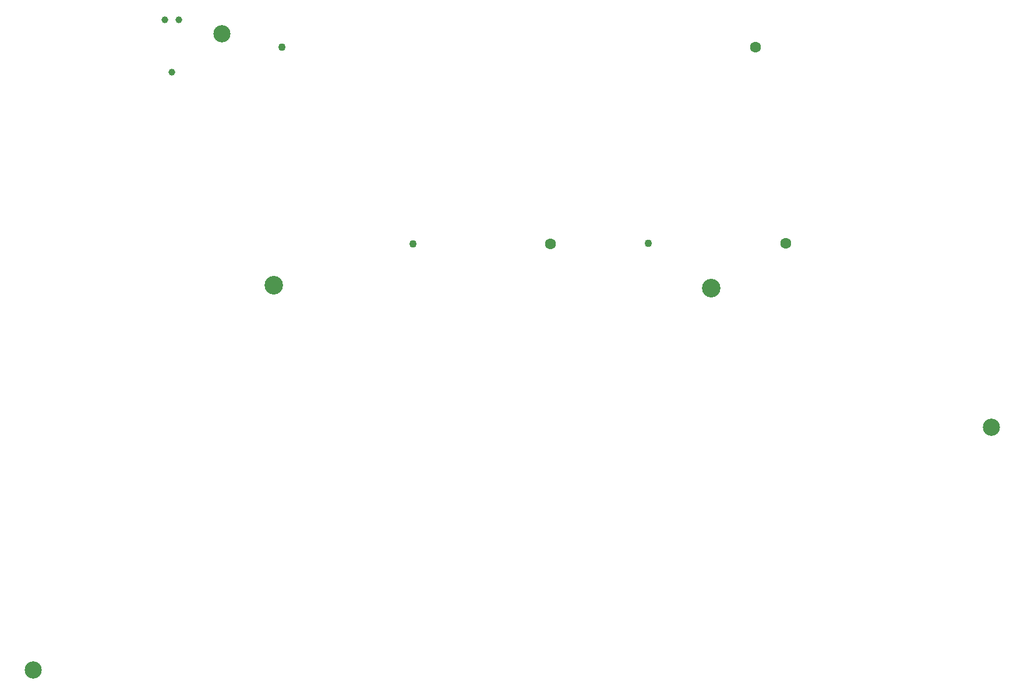
<source format=gbr>
%TF.GenerationSoftware,Altium Limited,Altium Designer,25.8.1 (18)*%
G04 Layer_Color=0*
%FSLAX45Y45*%
%MOMM*%
%TF.SameCoordinates,716D66D7-A0E9-4909-A487-8E51579E39AF*%
%TF.FilePolarity,Positive*%
%TF.FileFunction,NonPlated,1,8,NPTH,Drill*%
%TF.Part,Single*%
G01*
G75*
%TA.AperFunction,ComponentDrill*%
%ADD227C,1.10000*%
%ADD228C,1.60000*%
%ADD229C,0.99100*%
%TA.AperFunction,OtherDrill,Pad Free-MH1 (66.319mm,86.614mm)*%
%ADD230C,2.70000*%
%TA.AperFunction,OtherDrill,Pad Free-MH2 (129.921mm,86.208mm)*%
%ADD231C,2.70000*%
%TA.AperFunction,OtherDrill,Pad Free-6 (58.8mm,123.2mm)*%
%ADD232C,2.50000*%
%TA.AperFunction,OtherDrill,Pad Free-5 (31.3mm,30.7mm)*%
%ADD233C,2.50000*%
%TA.AperFunction,OtherDrill,Pad Free-4 (170.6mm,66mm)*%
%ADD234C,2.50000*%
D227*
X6747500Y12128800D02*
D03*
X8650257Y9269600D02*
D03*
X12070759Y9275910D02*
D03*
D228*
X13627499Y12128800D02*
D03*
X10650257Y9269600D02*
D03*
X14070760Y9275910D02*
D03*
D229*
X5151415Y11762212D02*
D03*
X5252915Y12524212D02*
D03*
X5049915D02*
D03*
D230*
X6631940Y8661400D02*
D03*
D231*
X12992101Y8620760D02*
D03*
D232*
X5880000Y12320000D02*
D03*
D233*
X3130000Y3070000D02*
D03*
D234*
X17060001Y6600000D02*
D03*
%TF.MD5,271ffc848186abbf311e9a9c4b665681*%
M02*

</source>
